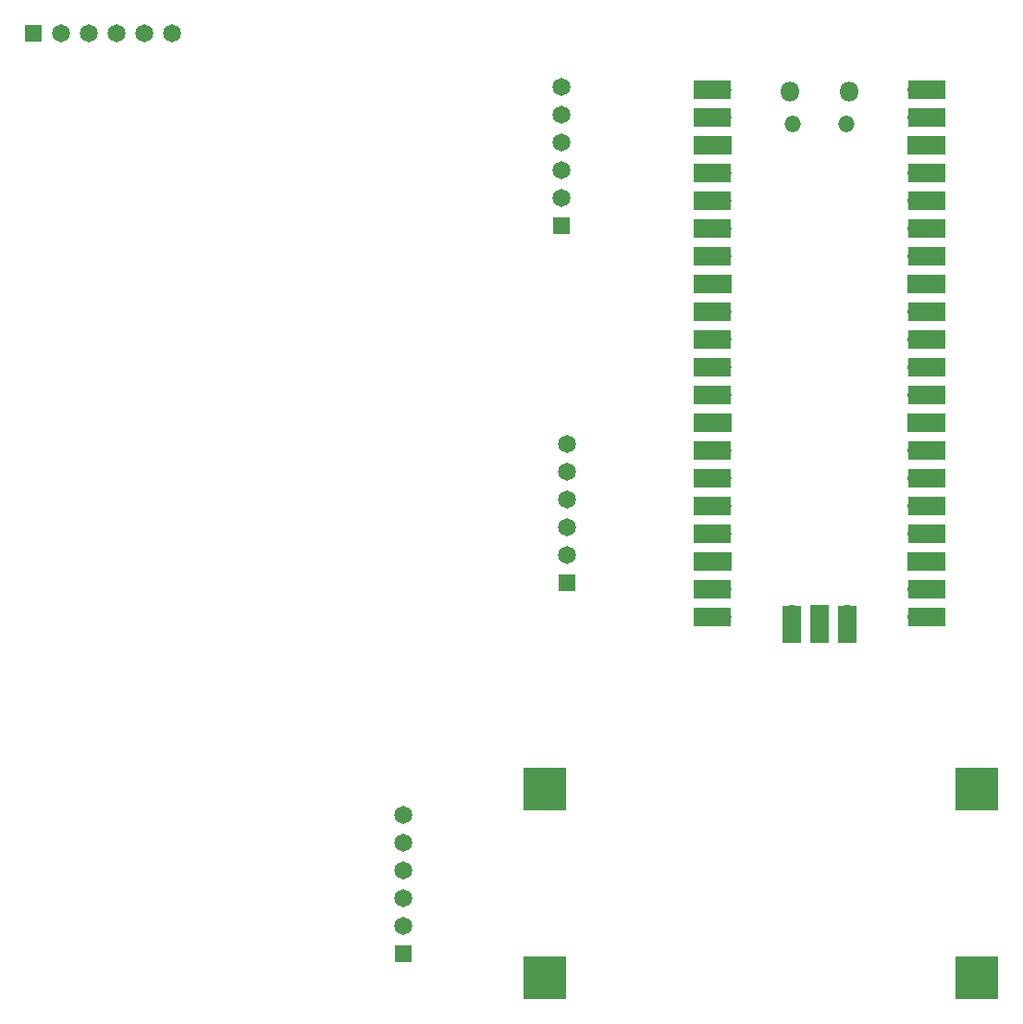
<source format=gbr>
%TF.GenerationSoftware,KiCad,Pcbnew,(7.0.0)*%
%TF.CreationDate,2023-04-17T20:28:16-05:00*%
%TF.ProjectId,PCB_Layout,5043425f-4c61-4796-9f75-742e6b696361,rev?*%
%TF.SameCoordinates,Original*%
%TF.FileFunction,Soldermask,Top*%
%TF.FilePolarity,Negative*%
%FSLAX46Y46*%
G04 Gerber Fmt 4.6, Leading zero omitted, Abs format (unit mm)*
G04 Created by KiCad (PCBNEW (7.0.0)) date 2023-04-17 20:28:16*
%MOMM*%
%LPD*%
G01*
G04 APERTURE LIST*
%ADD10R,1.650000X1.650000*%
%ADD11C,1.650000*%
%ADD12R,4.000000X4.000000*%
%ADD13O,1.800000X1.800000*%
%ADD14O,1.500000X1.500000*%
%ADD15O,1.700000X1.700000*%
%ADD16R,3.500000X1.700000*%
%ADD17R,1.700000X1.700000*%
%ADD18R,1.700000X3.500000*%
G04 APERTURE END LIST*
D10*
%TO.C,MicroSD1*%
X145499999Y-125829999D03*
D11*
X145500000Y-123290000D03*
X145500000Y-120750000D03*
X145500000Y-118210000D03*
X145500000Y-115670000D03*
X145500000Y-113130000D03*
%TD*%
D10*
%TO.C,IMU1*%
X160499999Y-91849999D03*
D11*
X160500000Y-89310000D03*
X160500000Y-86770000D03*
X160500000Y-84230000D03*
X160500000Y-81690000D03*
X160500000Y-79150000D03*
%TD*%
D12*
%TO.C,U1*%
X197999999Y-127999999D03*
X197999999Y-110749999D03*
X158499999Y-127999999D03*
X158499999Y-110749999D03*
%TD*%
D10*
%TO.C,Radio1*%
X111649999Y-41522499D03*
D11*
X114190000Y-41522500D03*
X116730000Y-41522500D03*
X119270000Y-41522500D03*
X121810000Y-41522500D03*
X124350000Y-41522500D03*
%TD*%
D13*
%TO.C,U2*%
X180884999Y-46849999D03*
D14*
X181184999Y-49879999D03*
X186034999Y-49879999D03*
D13*
X186334999Y-46849999D03*
D15*
X174719999Y-46719999D03*
D16*
X173819999Y-46719999D03*
D15*
X174719999Y-49259999D03*
D16*
X173819999Y-49259999D03*
D17*
X174719999Y-51799999D03*
D16*
X173819999Y-51799999D03*
D15*
X174719999Y-54339999D03*
D16*
X173819999Y-54339999D03*
D15*
X174719999Y-56879999D03*
D16*
X173819999Y-56879999D03*
D15*
X174719999Y-59419999D03*
D16*
X173819999Y-59419999D03*
D15*
X174719999Y-61959999D03*
D16*
X173819999Y-61959999D03*
D17*
X174719999Y-64499999D03*
D16*
X173819999Y-64499999D03*
D15*
X174719999Y-67039999D03*
D16*
X173819999Y-67039999D03*
D15*
X174719999Y-69579999D03*
D16*
X173819999Y-69579999D03*
D15*
X174719999Y-72119999D03*
D16*
X173819999Y-72119999D03*
D15*
X174719999Y-74659999D03*
D16*
X173819999Y-74659999D03*
D17*
X174719999Y-77199999D03*
D16*
X173819999Y-77199999D03*
D15*
X174719999Y-79739999D03*
D16*
X173819999Y-79739999D03*
D15*
X174719999Y-82279999D03*
D16*
X173819999Y-82279999D03*
D15*
X174719999Y-84819999D03*
D16*
X173819999Y-84819999D03*
D15*
X174719999Y-87359999D03*
D16*
X173819999Y-87359999D03*
D17*
X174719999Y-89899999D03*
D16*
X173819999Y-89899999D03*
D15*
X174719999Y-92439999D03*
D16*
X173819999Y-92439999D03*
D15*
X174719999Y-94979999D03*
D16*
X173819999Y-94979999D03*
D15*
X192499999Y-94979999D03*
D16*
X193399999Y-94979999D03*
D15*
X192499999Y-92439999D03*
D16*
X193399999Y-92439999D03*
D17*
X192499999Y-89899999D03*
D16*
X193399999Y-89899999D03*
D15*
X192499999Y-87359999D03*
D16*
X193399999Y-87359999D03*
D15*
X192499999Y-84819999D03*
D16*
X193399999Y-84819999D03*
D15*
X192499999Y-82279999D03*
D16*
X193399999Y-82279999D03*
D15*
X192499999Y-79739999D03*
D16*
X193399999Y-79739999D03*
D17*
X192499999Y-77199999D03*
D16*
X193399999Y-77199999D03*
D15*
X192499999Y-74659999D03*
D16*
X193399999Y-74659999D03*
D15*
X192499999Y-72119999D03*
D16*
X193399999Y-72119999D03*
D15*
X192499999Y-69579999D03*
D16*
X193399999Y-69579999D03*
D15*
X192499999Y-67039999D03*
D16*
X193399999Y-67039999D03*
D17*
X192499999Y-64499999D03*
D16*
X193399999Y-64499999D03*
D15*
X192499999Y-61959999D03*
D16*
X193399999Y-61959999D03*
D15*
X192499999Y-59419999D03*
D16*
X193399999Y-59419999D03*
D15*
X192499999Y-56879999D03*
D16*
X193399999Y-56879999D03*
D15*
X192499999Y-54339999D03*
D16*
X193399999Y-54339999D03*
D17*
X192499999Y-51799999D03*
D16*
X193399999Y-51799999D03*
D15*
X192499999Y-49259999D03*
D16*
X193399999Y-49259999D03*
D15*
X192499999Y-46719999D03*
D16*
X193399999Y-46719999D03*
D15*
X181069999Y-94749999D03*
D18*
X181069999Y-95649999D03*
D17*
X183609999Y-94749999D03*
D18*
X183609999Y-95649999D03*
D15*
X186149999Y-94749999D03*
D18*
X186149999Y-95649999D03*
%TD*%
D10*
%TO.C,GPS1*%
X159999999Y-59159999D03*
D11*
X160000000Y-56620000D03*
X160000000Y-54080000D03*
X160000000Y-51540000D03*
X160000000Y-49000000D03*
X160000000Y-46460000D03*
%TD*%
M02*

</source>
